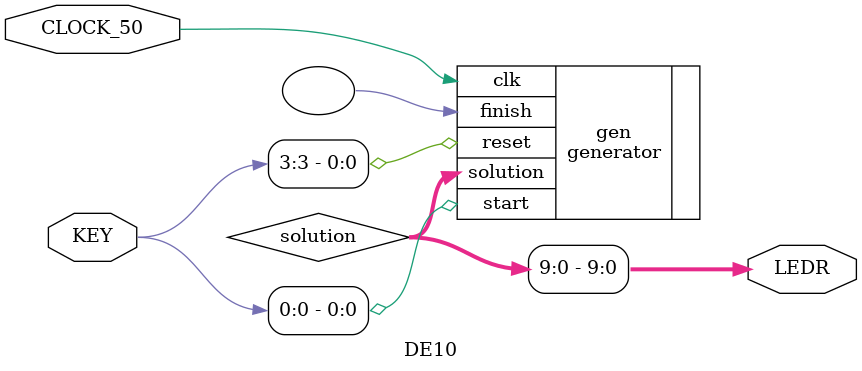
<source format=sv>
module DE10 (
	input CLOCK_50,
	input [3:0] KEY,
	output [9:0] LEDR
);

	wire [31:0] solution;
	assign LEDR = solution;
	generator gen (
		.clk (CLOCK_50),
		.start (KEY[0]),
		.reset (KEY[3]),
		.finish (),
		.solution (solution)
	);
	
endmodule
</source>
